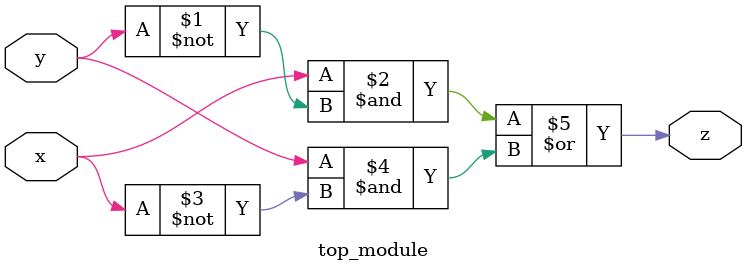
<source format=sv>
module top_module(
	input x,
	input y,
	output z);
	
	// Assignments for z
	assign z = (x & ~y) | (y & ~x);
	
endmodule

</source>
